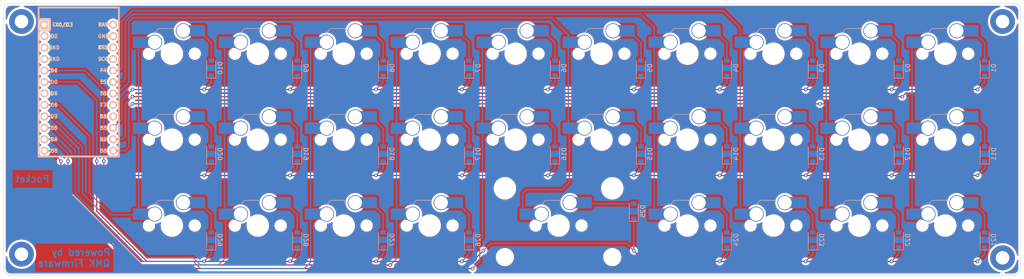
<source format=kicad_pcb>
(kicad_pcb (version 20211014) (generator pcbnew)
  (layers (0 "F.Cu" signal) (31 "B.Cu" signal) (34 "B.Paste" user) (35 "F.Paste" user) (36 "B.SilkS" user "B.Silkscreen") (37 "F.SilkS" user "F.Silkscreen") (38 "B.Mask" user) (39 "F.Mask" user) (44 "Edge.Cuts" user))
  (net 0 "")
  (net 11 "Net-(SW1-Pad2)")
  (net 12 "Net-(SW2-Pad2)")
  (net 13 "Net-(SW3-Pad2)")
  (net 14 "Net-(SW4-Pad2)")
  (net 15 "Net-(SW5-Pad2)")
  (net 16 "Net-(SW6-Pad2)")
  (net 17 "Net-(SW7-Pad2)")
  (net 18 "Net-(SW8-Pad2)")
  (net 19 "Net-(SW9-Pad2)")
  (net 20 "Net-(SW10-Pad2)")
  (net 21 "Net-(SW11-Pad2)")
  (net 22 "Net-(SW12-Pad2)")
  (net 23 "Net-(SW13-Pad2)")
  (net 24 "Net-(SW14-Pad2)")
  (net 25 "Net-(SW15-Pad2)")
  (net 26 "Net-(SW16-Pad2)")
  (net 27 "Net-(SW17-Pad2)")
  (net 28 "Net-(SW18-Pad2)")
  (net 29 "Net-(SW19-Pad2)")
  (net 30 "Net-(SW20-Pad2)")
  (net 31 "Net-(SW21-Pad2)")
  (net 32 "Net-(SW22-Pad2)")
  (net 33 "Net-(SW23-Pad2)")
  (net 34 "Net-(SW24-Pad2)")
  (net 35 "Net-(SW25-Pad2)")
  (net 36 "Net-(SW26-Pad2)")
  (net 37 "Net-(SW27-Pad2)")
  (net 38 "Net-(SW28-Pad2)")
  (net 39 "Net-(SW29-Pad2)")
  (net 41 "B5")
  (net 42 "B4")
  (net 43 "E6")
  (net 44 "D7")
  (net 45 "C6")
  (net 46 "D1")
  (net 47 "D0")
  (net 48 "B3")
  (net 49 "B2")
  (net 50 "B6")
  (net 51 "F4")
  (net 52 "F5")
  (net 53 "F6")
  (footprint "keebio:ArduinoProMicro" (layer "F.Cu") (at 72.23125 72.6305 -90)
    (fp_text reference "U1" hide)
    (fp_text value "ProMicro" hide)
  )
  (footprint "Diode_SMD:D_SOD-123" (layer "B.Cu") (at 254 87.3125 90)
    (fp_text reference "D12")
    (fp_text value "1N4148W")
  )
  (footprint "marbastlib_mx:SW_MX_HS_S_1u" (layer "B.Cu") (at 92.86875 65.0875 180)
    (fp_text reference "SW10" hide)
    (fp_text value "MX_SW_HS" hide)
  )
  (footprint "Diode_SMD:D_SOD-123" (layer "B.Cu") (at 196.85 87.3125 90)
    (fp_text reference "D15")
    (fp_text value "1N4148W")
  )
  (footprint "marbastlib_mx:SW_MX_HS_S_1u" (layer "B.Cu") (at 264.31875 84.1375 180)
    (fp_text reference "SW11" hide)
    (fp_text value "MX_SW_HS" hide)
  )
  (footprint "marbastlib_mx:SW_MX_HS_S_1u" (layer "B.Cu") (at 130.96875 103.1875 180)
    (fp_text reference "SW27" hide)
    (fp_text value "MX_SW_HS" hide)
  )
  (footprint "Diode_SMD:D_SOD-123" (layer "B.Cu") (at 195.2625 100.0125 90)
    (fp_text reference "D25")
    (fp_text value "1N4148W")
  )
  (footprint "marbastlib_mx:SW_MX_HS_S_1u" (layer "B.Cu") (at 92.86875 103.1875 180)
    (fp_text reference "SW29" hide)
    (fp_text value "MX_SW_HS" hide)
  )
  (footprint "marbastlib_mx:SW_MX_HS_S_1u" (layer "B.Cu") (at 111.91875 65.0875 180)
    (fp_text reference "SW9" hide)
    (fp_text value "MX_SW_HS" hide)
  )
  (footprint "marbastlib_mx:SW_MX_HS_S_1u" (layer "B.Cu") (at 150.01875 103.1875 180)
    (fp_text reference "SW26" hide)
    (fp_text value "MX_SW_HS" hide)
  )
  (footprint "Diode_SMD:D_SOD-123" (layer "B.Cu") (at 101.6 68.2625 90)
    (fp_text reference "D10")
    (fp_text value "1N4148W")
  )
  (footprint "marbastlib_mx:SW_MX_HS_S_1u" (layer "B.Cu") (at 169.06875 84.1375 180)
    (fp_text reference "SW16" hide)
    (fp_text value "MX_SW_HS" hide)
  )
  (footprint "Diode_SMD:D_SOD-123" (layer "B.Cu") (at 273.05 68.2625 90)
    (fp_text reference "D1")
    (fp_text value "1N4148W")
  )
  (footprint "marbastlib_mx:SW_MX_HS_S_1u" (layer "B.Cu") (at 130.96875 84.1375 180)
    (fp_text reference "SW18" hide)
    (fp_text value "MX_SW_HS" hide)
  )
  (footprint "marbastlib_mx:SW_MX_HS_S_1u" (layer "B.Cu") (at 245.26875 84.1375 180)
    (fp_text reference "SW12" hide)
    (fp_text value "MX_SW_HS" hide)
  )
  (footprint "marbastlib_mx:SW_MX_HS_S_1u" (layer "B.Cu") (at 111.91875 84.1375 180)
    (fp_text reference "SW19" hide)
    (fp_text value "MX_SW_HS" hide)
  )
  (footprint "marbastlib_mx:SW_MX_HS_S_1u" (layer "B.Cu") (at 264.31875 103.1875 180)
    (fp_text reference "SW21" hide)
    (fp_text value "MX_SW_HS" hide)
  )
  (footprint "Diode_SMD:D_SOD-123" (layer "B.Cu") (at 254 68.2625 90)
    (fp_text reference "D2")
    (fp_text value "1N4148W")
  )
  (footprint "marbastlib_mx:SW_MX_HS_S_1u" (layer "B.Cu") (at 207.16875 65.0875 180)
    (fp_text reference "SW4" hide)
    (fp_text value "MX_SW_HS" hide)
  )
  (footprint "Diode_SMD:D_SOD-123" (layer "B.Cu") (at 120.65 106.3625 90)
    (fp_text reference "D28")
    (fp_text value "1N4148W")
  )
  (footprint "Diode_SMD:D_SOD-123" (layer "B.Cu") (at 158.75 87.3125 90)
    (fp_text reference "D17")
    (fp_text value "1N4148W")
  )
  (footprint "marbastlib_mx:SW_MX_HS_S_1u" (layer "B.Cu") (at 245.26875 103.1875 180)
    (fp_text reference "SW22" hide)
    (fp_text value "MX_SW_HS" hide)
  )
  (footprint "Diode_SMD:D_SOD-123" (layer "B.Cu") (at 120.65 87.3125 90)
    (fp_text reference "D19")
    (fp_text value "1N4148W")
  )
  (footprint "Diode_SMD:D_SOD-123" (layer "B.Cu") (at 139.7 106.3625 90)
    (fp_text reference "D27")
    (fp_text value "1N4148W")
  )
  (footprint "marbastlib_mx:SW_MX_HS_S_1u" (layer "B.Cu") (at 150.01875 65.0875 180)
    (fp_text reference "SW7" hide)
    (fp_text value "MX_SW_HS" hide)
  )
  (footprint "marbastlib_mx:SW_MX_HS_S_1u" (layer "B.Cu") (at 188.11875 84.1375 180)
    (fp_text reference "SW15" hide)
    (fp_text value "MX_SW_HS" hide)
  )
  (footprint "marbastlib_mx:SW_MX_HS_S_1u" (layer "B.Cu") (at 169.06875 65.0875 180)
    (fp_text reference "SW6" hide)
    (fp_text value "MX_SW_HS" hide)
  )
  (footprint "Diode_SMD:D_SOD-123" (layer "B.Cu") (at 215.9 87.3125 90)
    (fp_text reference "D14")
    (fp_text value "1N4148W")
  )
  (footprint "Diode_SMD:D_SOD-123" (layer "B.Cu") (at 101.6 106.3625 90)
    (fp_text reference "D29")
    (fp_text value "1N4148W")
  )
  (footprint "Diode_SMD:D_SOD-123" (layer "B.Cu") (at 215.9 106.3625 90)
    (fp_text reference "D24")
    (fp_text value "1N4148W")
  )
  (footprint "marbastlib_mx:SW_MX_HS_S_1u" (layer "B.Cu") (at 226.21875 84.1375 180)
    (fp_text reference "SW13" hide)
    (fp_text value "MX_SW_HS" hide)
  )
  (footprint "Diode_SMD:D_SOD-123" (layer "B.Cu") (at 139.7 68.2625 90)
    (fp_text reference "D8")
    (fp_text value "1N4148W")
  )
  (footprint "marbastlib_mx:SW_MX_HS_S_1u" (layer "B.Cu") (at 264.31875 65.0875 180)
    (fp_text reference "SW1" hide)
    (fp_text value "MX_SW_HS" hide)
  )
  (footprint "Diode_SMD:D_SOD-123" (layer "B.Cu") (at 196.85 68.2625 90)
    (fp_text reference "D5")
    (fp_text value "1N4148W")
  )
  (footprint "marbastlib_mx:SW_MX_HS_S_1u" (layer "B.Cu") (at 130.96875 65.0875 180)
    (fp_text reference "SW8" hide)
    (fp_text value "MX_SW_HS" hide)
  )
  (footprint "marbastlib_mx:SW_MX_HS_S_1u" (layer "B.Cu") (at 150.01875 84.1375 180)
    (fp_text reference "SW17" hide)
    (fp_text value "MX_SW_HS" hide)
  )
  (footprint "marbastlib_mx:SW_MX_HS_S_1u" (layer "B.Cu") (at 226.21875 103.1875 180)
    (fp_text reference "SW23" hide)
    (fp_text value "MX_SW_HS" hide)
  )
  (footprint "Diode_SMD:D_SOD-123" (layer "B.Cu") (at 120.65 68.2625 90)
    (fp_text reference "D9")
    (fp_text value "1N4148W")
  )
  (footprint "Diode_SMD:D_SOD-123" (layer "B.Cu") (at 177.8 68.2625 90)
    (fp_text reference "D6")
    (fp_text value "1N4148W")
  )
  (footprint "Diode_SMD:D_SOD-123" (layer "B.Cu") (at 158.75 68.2625 90)
    (fp_text reference "D7")
    (fp_text value "1N4148W")
  )
  (footprint "Diode_SMD:D_SOD-123" (layer "B.Cu") (at 139.7 87.3125 90)
    (fp_text reference "D18")
    (fp_text value "1N4148W")
  )
  (footprint "Diode_SMD:D_SOD-123" (layer "B.Cu") (at 215.9 68.2625 90)
    (fp_text reference "D4")
    (fp_text value "1N4148W")
  )
  (footprint "Diode_SMD:D_SOD-123" (layer "B.Cu") (at 273.05 106.3625 90)
    (fp_text reference "D21")
    (fp_text value "1N4148W")
  )
  (footprint "Diode_SMD:D_SOD-123" (layer "B.Cu") (at 234.95 106.3625 90)
    (fp_text reference "D23")
    (fp_text value "1N4148W")
  )
  (footprint "marbastlib_mx:SW_MX_HS_S_1u" (layer "B.Cu") (at 111.91875 103.1875 180)
    (fp_text reference "SW28" hide)
    (fp_text value "MX_SW_HS" hide)
  )
  (footprint "Diode_SMD:D_SOD-123" (layer "B.Cu") (at 273.05 87.3125 90)
    (fp_text reference "D11")
    (fp_text value "1N4148W")
  )
  (footprint "marbastlib_mx:SW_MX_HS_S_1u" (layer "B.Cu") (at 92.86875 84.1375 180)
    (fp_text reference "SW20" hide)
    (fp_text value "MX_SW_HS" hide)
  )
  (footprint "Diode_SMD:D_SOD-123" (layer "B.Cu") (at 101.6 87.3125 90)
    (fp_text reference "D20")
    (fp_text value "1N4148W")
  )
  (footprint "Diode_SMD:D_SOD-123" (layer "B.Cu") (at 254 106.3625 90)
    (fp_text reference "D22")
    (fp_text value "1N4148W")
  )
  (footprint "marbastlib_mx:SW_MX_HS_S_1u" (layer "B.Cu") (at 178.59375 103.1875 180)
    (fp_text reference "SW25" hide)
    (fp_text value "MX_SW_HS" hide)
  )
  (footprint "Diode_SMD:D_SOD-123" (layer "B.Cu") (at 177.8 87.3125 90)
    (fp_text reference "D16")
    (fp_text value "1N4148W")
  )
  (footprint "marbastlib_mx:SW_MX_HS_S_1u" (layer "B.Cu") (at 226.21875 65.0875 180)
    (fp_text reference "SW3" hide)
    (fp_text value "MX_SW_HS" hide)
  )
  (footprint "marbastlib_mx:SW_MX_HS_S_1u" (layer "B.Cu") (at 188.11875 65.0875 180)
    (fp_text reference "SW5" hide)
    (fp_text value "MX_SW_HS" hide)
  )
  (footprint "Diode_SMD:D_SOD-123" (layer "B.Cu") (at 158.75 106.3625 90)
    (fp_text reference "D26")
    (fp_text value "1N4148W")
  )
  (footprint "marbastlib_mx:STAB_MX_2u" (layer "B.Cu") (at 178.59375 103.1875)
    (fp_text reference "S1" hide)
    (fp_text value "MX_stab")
  )
  (footprint "marbastlib_mx:SW_MX_HS_S_1u" (layer "B.Cu") (at 207.16875 103.1875 180)
    (fp_text reference "SW24" hide)
    (fp_text value "MX_SW_HS" hide)
  )
  (footprint "Diode_SMD:D_SOD-123" (layer "B.Cu") (at 234.95 87.3125 90)
    (fp_text reference "D13")
    (fp_text value "1N4148W")
  )
  (footprint "Diode_SMD:D_SOD-123" (layer "B.Cu") (at 234.95 68.2625 90)
    (fp_text reference "D3")
    (fp_text value "1N4148W")
  )
  (footprint "marbastlib_mx:SW_MX_HS_S_1u" (layer "B.Cu") (at 245.26875 65.0875 180)
    (fp_text reference "SW2" hide)
    (fp_text value "MX_SW_HS" hide)
  )
  (footprint "marbastlib_mx:SW_MX_HS_S_1u" (layer "B.Cu") (at 207.16875 84.1375 180)
    (fp_text reference "SW14" hide)
    (fp_text value "MX_SW_HS" hide)
  )
  (gr_line (start 55.5625 112.7125) (end 55.5625 55.5625) (layer "Edge.Cuts") (width 0.1))
  (gr_arc (start 280.9875 112.7125) (mid 280.522532 113.835032) (end 279.4 114.3) (layer "Edge.Cuts") (width 0.1))
  (gr_arc (start 279.4 53.975) (mid 280.522532 54.439968) (end 280.9875 55.5625) (layer "Edge.Cuts") (width 0.1))
  (gr_line (start 279.4 114.3) (end 57.15 114.3) (layer "Edge.Cuts") (width 0.1))
  (gr_arc (start 57.15 114.3) (mid 56.027468 113.835032) (end 55.5625 112.7125) (layer "Edge.Cuts") (width 0.1))
  (gr_arc (start 55.5625 55.5625) (mid 56.027468 54.439968) (end 57.15 53.975) (layer "Edge.Cuts") (width 0.1))
  (gr_line (start 57.15 53.975) (end 279.4 53.975) (layer "Edge.Cuts") (width 0.1))
  (gr_line (start 280.9875 55.5625) (end 280.9875 112.7125) (layer "Edge.Cuts") (width 0.1))
  (gr_text "Powered by\nQMK Firmware" (at 79.375 110.33125) (layer "B.Cu") (effects (font (size 1.5 1.5) (thickness 0.3)) (justify left mirror)))
  (gr_text "Pocket" (at 65.88125 92.86875) (layer "B.Cu") (effects (font (size 1.5 1.5) (thickness 0.3)) (justify left mirror)))
  (via (at 277.01875 57.94375) (size 5.5) (drill 3) (layers "F.Cu" "B.Cu") (net 0))
  (via (at 59.53125 109.5375) (size 5.5) (drill 3) (layers "F.Cu" "B.Cu") (net 0))
  (via (at 59.53125 57.94375) (size 5.5) (drill 3) (layers "F.Cu" "B.Cu") (net 0))
  (via (at 277.01875 110.33125) (size 5.5) (drill 3) (layers "F.Cu" "B.Cu") (net 0))
  (segment (start 270.40875 60.0075) (end 273.05 62.64875) (width 0.25) (layer "B.Cu") (net 11))
  (segment (start 273.05 62.64875) (end 273.05 66.6125) (width 0.25) (layer "B.Cu") (net 11))
  (segment (start 251.35875 60.0075) (end 254 62.64875) (width 0.25) (layer "B.Cu") (net 12))
  (segment (start 254 62.64875) (end 254 66.6125) (width 0.25) (layer "B.Cu") (net 12))
  (segment (start 232.30875 60.0075) (end 234.95 62.64875) (width 0.25) (layer "B.Cu") (net 13))
  (segment (start 234.95 62.64875) (end 234.95 66.6125) (width 0.25) (layer "B.Cu") (net 13))
  (segment (start 213.25875 60.0075) (end 215.9 62.64875) (width 0.25) (layer "B.Cu") (net 14))
  (segment (start 215.9 62.64875) (end 215.9 66.6125) (width 0.25) (layer "B.Cu") (net 14))
  (segment (start 196.85 62.64875) (end 196.85 66.6125) (width 0.25) (layer "B.Cu") (net 15))
  (segment (start 194.20875 60.0075) (end 196.85 62.64875) (width 0.25) (layer "B.Cu") (net 15))
  (segment (start 177.8 62.64875) (end 177.8 66.6125) (width 0.25) (layer "B.Cu") (net 16))
  (segment (start 175.15875 60.0075) (end 177.8 62.64875) (width 0.25) (layer "B.Cu") (net 16))
  (segment (start 158.75 62.64875) (end 158.75 66.6125) (width 0.25) (layer "B.Cu") (net 17))
  (segment (start 156.10875 60.0075) (end 158.75 62.64875) (width 0.25) (layer "B.Cu") (net 17))
  (segment (start 137.05875 60.0075) (end 139.7 62.64875) (width 0.25) (layer "B.Cu") (net 18))
  (segment (start 139.7 62.64875) (end 139.7 66.6125) (width 0.25) (layer "B.Cu") (net 18))
  (segment (start 118.00875 60.0075) (end 120.65 62.64875) (width 0.25) (layer "B.Cu") (net 19))
  (segment (start 120.65 62.64875) (end 120.65 66.6125) (width 0.25) (layer "B.Cu") (net 19))
  (segment (start 98.95875 60.0075) (end 101.6 62.64875) (width 0.25) (layer "B.Cu") (net 20))
  (segment (start 101.6 62.64875) (end 101.6 66.6125) (width 0.25) (layer "B.Cu") (net 20))
  (segment (start 270.40875 79.0575) (end 273.05 81.69875) (width 0.25) (layer "B.Cu") (net 21))
  (segment (start 273.05 81.69875) (end 273.05 85.6625) (width 0.25) (layer "B.Cu") (net 21))
  (segment (start 254 81.69875) (end 254 85.6625) (width 0.25) (layer "B.Cu") (net 22))
  (segment (start 251.35875 79.0575) (end 254 81.69875) (width 0.25) (layer "B.Cu") (net 22))
  (segment (start 232.30875 79.0575) (end 234.95 81.69875) (width 0.25) (layer "B.Cu") (net 23))
  (segment (start 234.95 81.69875) (end 234.95 85.6625) (width 0.25) (layer "B.Cu") (net 23))
  (segment (start 215.9 81.69875) (end 215.9 85.6625) (width 0.25) (layer "B.Cu") (net 24))
  (segment (start 213.25875 79.0575) (end 215.9 81.69875) (width 0.25) (layer "B.Cu") (net 24))
  (segment (start 194.20875 79.0575) (end 196.85 81.69875) (width 0.25) (layer "B.Cu") (net 25))
  (segment (start 196.85 81.69875) (end 196.85 85.6625) (width 0.25) (layer "B.Cu") (net 25))
  (segment (start 177.8 81.69875) (end 177.8 85.6625) (width 0.25) (layer "B.Cu") (net 26))
  (segment (start 175.15875 79.0575) (end 177.8 81.69875) (width 0.25) (layer "B.Cu") (net 26))
  (segment (start 156.10875 79.0575) (end 158.75 81.69875) (width 0.25) (layer "B.Cu") (net 27))
  (segment (start 158.75 81.69875) (end 158.75 85.6625) (width 0.25) (layer "B.Cu") (net 27))
  (segment (start 139.7 81.69875) (end 139.7 85.6625) (width 0.25) (layer "B.Cu") (net 28))
  (segment (start 137.05875 79.0575) (end 139.7 81.69875) (width 0.25) (layer "B.Cu") (net 28))
  (segment (start 118.00875 79.0575) (end 120.65 81.69875) (width 0.25) (layer "B.Cu") (net 29))
  (segment (start 120.65 81.69875) (end 120.65 85.6625) (width 0.25) (layer "B.Cu") (net 29))
  (segment (start 101.6 81.69875) (end 101.6 85.6625) (width 0.25) (layer "B.Cu") (net 30))
  (segment (start 98.95875 79.0575) (end 101.6 81.69875) (width 0.25) (layer "B.Cu") (net 30))
  (segment (start 273.05 100.74875) (end 273.05 104.7125) (width 0.25) (layer "B.Cu") (net 31))
  (segment (start 270.40875 98.1075) (end 273.05 100.74875) (width 0.25) (layer "B.Cu") (net 31))
  (segment (start 251.35875 98.1075) (end 254 100.74875) (width 0.25) (layer "B.Cu") (net 32))
  (segment (start 254 100.74875) (end 254 104.7125) (width 0.25) (layer "B.Cu") (net 32))
  (segment (start 232.30875 98.1075) (end 234.95 100.74875) (width 0.25) (layer "B.Cu") (net 33))
  (segment (start 234.95 100.74875) (end 234.95 104.7125) (width 0.25) (layer "B.Cu") (net 33))
  (segment (start 215.9 100.74875) (end 215.9 104.7125) (width 0.25) (layer "B.Cu") (net 34))
  (segment (start 213.25875 98.1075) (end 215.9 100.74875) (width 0.25) (layer "B.Cu") (net 34))
  (segment (start 184.93875 98.3625) (end 195.2625 98.3625) (width 0.25) (layer "B.Cu") (net 35))
  (segment (start 184.68375 98.1075) (end 184.93875 98.3625) (width 0.25) (layer "B.Cu") (net 35))
  (segment (start 158.75 100.74875) (end 158.75 104.7125) (width 0.25) (layer "B.Cu") (net 36))
  (segment (start 156.10875 98.1075) (end 158.75 100.74875) (width 0.25) (layer "B.Cu") (net 36))
  (segment (start 139.7 100.74875) (end 139.7 104.7125) (width 0.25) (layer "B.Cu") (net 37))
  (segment (start 137.05875 98.1075) (end 139.7 100.74875) (width 0.25) (layer "B.Cu") (net 37))
  (segment (start 118.00875 98.1075) (end 120.65 100.74875) (width 0.25) (layer "B.Cu") (net 38))
  (segment (start 120.65 100.74875) (end 120.65 104.7125) (width 0.25) (layer "B.Cu") (net 38))
  (segment (start 98.95875 98.1075) (end 101.6 100.74875) (width 0.25) (layer "B.Cu") (net 39))
  (segment (start 101.6 100.74875) (end 101.6 104.7125) (width 0.25) (layer "B.Cu") (net 39))
  (segment (start 85.725 112.7125) (end 84.93125 112.7125) (width 0.25) (layer "F.Cu") (net 41))
  (segment (start 68.2625 96.04375) (end 68.2625 88.9) (width 0.25) (layer "F.Cu") (net 41))
  (segment (start 159.54375 112.7125) (end 85.725 112.7125) (width 0.25) (layer "F.Cu") (net 41))
  (segment (start 84.93125 112.7125) (end 68.2625 96.04375) (width 0.25) (layer "F.Cu") (net 41))
  (via (at 68.2625 88.9) (size 0.8) (drill 0.4) (layers "F.Cu" "B.Cu") (net 41))
  (via (at 159.54375 112.7125) (size 0.8) (drill 0.4) (layers "F.Cu" "B.Cu") (net 41))
  (segment (start 161.70875 62.5475) (end 161.70875 81.5975) (width 0.25) (layer "B.Cu") (net 41))
  (segment (start 161.13125 111.125) (end 159.54375 112.7125) (width 0.25) (layer "B.Cu") (net 41))
  (segment (start 68.2625 88.9) (end 65.963 86.6005) (width 0.25) (layer "B.Cu") (net 41))
  (segment (start 161.13125 106.3625) (end 161.13125 111.125) (width 0.25) (layer "B.Cu") (net 41))
  (segment (start 65.963 86.6005) (end 64.61125 86.6005) (width 0.25) (layer "B.Cu") (net 41))
  (segment (start 161.70875 105.785) (end 161.13125 106.3625) (width 0.25) (layer "B.Cu") (net 41))
  (segment (start 161.70875 81.5975) (end 161.70875 105.785) (width 0.25) (layer "B.Cu") (net 41))
  (segment (start 85.725 111.91875) (end 69.85 96.04375) (width 0.25) (layer "F.Cu") (net 42))
  (segment (start 69.85 96.04375) (end 69.85 88.9) (width 0.25) (layer "F.Cu") (net 42))
  (segment (start 141.2875 111.91875) (end 85.725 111.91875) (width 0.25) (layer "F.Cu") (net 42))
  (via (at 69.85 88.9) (size 0.8) (drill 0.4) (layers "F.Cu" "B.Cu") (net 42))
  (via (at 141.2875 111.91875) (size 0.8) (drill 0.4) (layers "F.Cu" "B.Cu") (net 42))
  (segment (start 142.65875 62.5475) (end 142.65875 100.6475) (width 0.25) (layer "B.Cu") (net 42))
  (segment (start 69.85 88.9) (end 69.85 87.3125) (width 0.25) (layer "B.Cu") (net 42))
  (segment (start 66.598 84.0605) (end 64.61125 84.0605) (width 0.25) (layer "B.Cu") (net 42))
  (segment (start 142.65875 110.5475) (end 141.2875 111.91875) (width 0.25) (layer "B.Cu") (net 42))
  (segment (start 69.85 87.3125) (end 66.598 84.0605) (width 0.25) (layer "B.Cu") (net 42))
  (segment (start 142.65875 100.6475) (end 142.65875 110.5475) (width 0.25) (layer "B.Cu") (net 42))
  (segment (start 123.60875 100.6475) (end 123.60875 111.34125) (width 0.25) (layer "B.Cu") (net 43))
  (segment (start 99.21875 112.7125) (end 97.63125 111.125) (width 0.25) (layer "B.Cu") (net 43))
  (segment (start 71.4375 96.04375) (end 71.4375 86.51875) (width 0.25) (layer "B.Cu") (net 43))
  (segment (start 71.4375 86.51875) (end 66.43925 81.5205) (width 0.25) (layer "B.Cu") (net 43))
  (segment (start 86.51875 111.125) (end 71.4375 96.04375) (width 0.25) (layer "B.Cu") (net 43))
  (segment (start 123.60875 62.5475) (end 123.60875 100.6475) (width 0.25) (layer "B.Cu") (net 43))
  (segment (start 123.60875 111.34125) (end 122.2375 112.7125) (width 0.25) (layer "B.Cu") (net 43))
  (segment (start 66.43925 81.5205) (end 64.61125 81.5205) (width 0.25) (layer "B.Cu") (net 43))
  (segment (start 122.2375 112.7125) (end 99.21875 112.7125) (width 0.25) (layer "B.Cu") (net 43))
  (segment (start 97.63125 111.125) (end 86.51875 111.125) (width 0.25) (layer "B.Cu") (net 43))
  (segment (start 87.3125 110.33125) (end 73.025 96.04375) (width 0.25) (layer "B.Cu") (net 44))
  (segment (start 66.2805 78.9805) (end 64.61125 78.9805) (width 0.25) (layer "B.Cu") (net 44))
  (segment (start 73.025 85.725) (end 66.2805 78.9805) (width 0.25) (layer "B.Cu") (net 44))
  (segment (start 73.025 96.04375) (end 73.025 85.725) (width 0.25) (layer "B.Cu") (net 44))
  (segment (start 97.63125 110.33125) (end 87.3125 110.33125) (width 0.25) (layer "B.Cu") (net 44))
  (segment (start 104.775 100.86375) (end 104.775 110.33125) (width 0.25) (layer "B.Cu") (net 44))
  (segment (start 104.775 110.33125) (end 103.1875 111.91875) (width 0.25) (layer "B.Cu") (net 44))
  (segment (start 99.21875 111.91875) (end 97.63125 110.33125) (width 0.25) (layer "B.Cu") (net 44))
  (segment (start 104.55875 100.6475) (end 104.775 100.86375) (width 0.25) (layer "B.Cu") (net 44))
  (segment (start 104.55875 62.5475) (end 104.55875 100.6475) (width 0.25) (layer "B.Cu") (net 44))
  (segment (start 103.1875 111.91875) (end 99.21875 111.91875) (width 0.25) (layer "B.Cu") (net 44))
  (segment (start 85.50875 100.6475) (end 85.35 100.80625) (width 0.25) (layer "B.Cu") (net 45))
  (segment (start 74.6125 96.04375) (end 74.6125 83.34375) (width 0.25) (layer "B.Cu") (net 45))
  (segment (start 85.35 100.80625) (end 79.375 100.80625) (width 0.25) (layer "B.Cu") (net 45))
  (segment (start 85.50875 62.5475) (end 85.50875 100.6475) (width 0.25) (layer "B.Cu") (net 45))
  (segment (start 79.375 100.80625) (end 74.6125 96.04375) (width 0.25) (layer "B.Cu") (net 45))
  (segment (start 74.6125 83.34375) (end 67.70925 76.4405) (width 0.25) (layer "B.Cu") (net 45))
  (segment (start 67.70925 76.4405) (end 64.61125 76.4405) (width 0.25) (layer "B.Cu") (net 45))
  (segment (start 214.3125 92.075) (end 233.3625 92.075) (width 0.25) (layer "F.Cu") (net 46))
  (segment (start 176.2125 92.075) (end 195.2625 92.075) (width 0.25) (layer "F.Cu") (net 46))
  (segment (start 100.0125 92.075) (end 78.58125 92.075) (width 0.25) (layer "F.Cu") (net 46))
  (segment (start 195.2625 92.075) (end 214.3125 92.075) (width 0.25) (layer "F.Cu") (net 46))
  (segment (start 157.1625 92.075) (end 176.2125 92.075) (width 0.25) (layer "F.Cu") (net 46))
  (segment (start 138.1125 92.075) (end 157.1625 92.075) (width 0.25) (layer "F.Cu") (net 46))
  (segment (start 233.3625 92.075) (end 252.4125 92.075) (width 0.25) (layer "F.Cu") (net 46))
  (segment (start 252.4125 92.075) (end 271.4625 92.075) (width 0.25) (layer "F.Cu") (net 46))
  (segment (start 100.0125 92.075) (end 119.0625 92.075) (width 0.25) (layer "F.Cu") (net 46))
  (segment (start 77.7875 91.28125) (end 77.7875 88.9) (width 0.25) (layer "F.Cu") (net 46))
  (segment (start 119.0625 92.075) (end 138.1125 92.075) (width 0.25) (layer "F.Cu") (net 46))
  (segment (start 78.58125 92.075) (end 77.7875 91.28125) (width 0.25) (layer "F.Cu") (net 46))
  (via (at 176.2125 92.075) (size 0.8) (drill 0.4) (layers "F.Cu" "B.Cu") (net 46))
  (via (at 233.3625 92.075) (size 0.8) (drill 0.4) (layers "F.Cu" "B.Cu") (net 46))
  (via (at 77.7875 88.9) (size 0.8) (drill 0.4) (layers "F.Cu" "B.Cu") (net 46))
  (via (at 252.4125 92.075) (size 0.8) (drill 0.4) (layers "F.Cu" "B.Cu") (net 46))
  (via (at 214.3125 92.075) (size 0.8) (drill 0.4) (layers "F.Cu" "B.Cu") (net 46))
  (via (at 138.1125 92.075) (size 0.8) (drill 0.4) (layers "F.Cu" "B.Cu") (net 46))
  (via (at 100.0125 92.075) (size 0.8) (drill 0.4) (layers "F.Cu" "B.Cu") (net 46))
  (via (at 119.0625 92.075) (size 0.8) (drill 0.4) (layers "F.Cu" "B.Cu") (net 46))
  (via (at 271.4625 92.075) (size 0.8) (drill 0.4) (layers "F.Cu" "B.Cu") (net 46))
  (via (at 195.2625 92.075) (size 0.8) (drill 0.4) (layers "F.Cu" "B.Cu") (net 46))
  (via (at 157.1625 92.075) (size 0.8) (drill 0.4) (layers "F.Cu" "B.Cu") (net 46))
  (segment (start 120.65 90.4875) (end 120.65 88.9625) (width 0.25) (layer "B.Cu") (net 46))
  (segment (start 214.3125 92.075) (end 215.9 90.4875) (width 0.25) (layer "B.Cu") (net 46))
  (segment (start 234.95 90.4875) (end 234.95 88.9625) (width 0.25) (layer "B.Cu") (net 46))
  (segment (start 195.2625 92.075) (end 196.85 90.4875) (width 0.25) (layer "B.Cu") (net 46))
  (segment (start 73.583 68.8205) (end 64.61125 68.8205) (width 0.25) (layer "B.Cu") (net 46))
  (segment (start 254 90.4875) (end 254 88.9625) (width 0.25) (layer "B.Cu") (net 46))
  (segment (start 271.4625 92.075) (end 273.05 90.4875) (width 0.25) (layer "B.Cu") (net 46))
  (segment (start 101.6 90.4875) (end 100.0125 92.075) (width 0.25) (layer "B.Cu") (net 46))
  (segment (start 252.4125 92.075) (end 254 90.4875) (width 0.25) (layer "B.Cu") (net 46))
  (segment (start 101.6 88.9625) (end 101.6 90.4875) (width 0.25) (layer "B.Cu") (net 46))
  (segment (start 176.2125 92.075) (end 177.8 90.4875) (width 0.25) (layer "B.Cu") (net 46))
  (segment (start 233.3625 92.075) (end 234.95 90.4875) (width 0.25) (layer "B.Cu") (net 46))
  (segment (start 177.8 90.4875) (end 177.8 88.9625) (width 0.25) (layer "B.Cu") (net 46))
  (segment (start 138.1125 92.075) (end 139.7 90.4875) (width 0.25) (layer "B.Cu") (net 46))
  (segment (start 273.05 90.4875) (end 273.05 88.9625) (width 0.25) (layer "B.Cu") (net 46))
  (segment (start 119.0625 92.075) (end 120.65 90.4875) (width 0.25) (layer "B.Cu") (net 46))
  (segment (start 77.7875 73.025) (end 73.583 68.8205) (width 0.25) (layer "B.Cu") (net 46))
  (segment (start 215.9 90.4875) (end 215.9 88.9625) (width 0.25) (layer "B.Cu") (net 46))
  (segment (start 157.1625 92.075) (end 158.75 90.4875) (width 0.25) (layer "B.Cu") (net 46))
  (segment (start 139.7 90.4875) (end 139.7 88.9625) (width 0.25) (layer "B.Cu") (net 46))
  (segment (start 196.85 90.4875) (end 196.85 88.9625) (width 0.25) (layer "B.Cu") (net 46))
  (segment (start 158.75 90.4875) (end 158.75 88.9625) (width 0.25) (layer "B.Cu") (net 46))
  (segment (start 77.7875 88.9) (end 77.7875 73.025) (width 0.25) (layer "B.Cu") (net 46))
  (segment (start 138.1125 111.125) (end 157.1625 111.125) (width 0.25) (layer "F.Cu") (net 47))
  (segment (start 119.0625 111.125) (end 138.1125 111.125) (width 0.25) (layer "F.Cu") (net 47))
  (segment (start 87.3125 111.125) (end 76.2 100.0125) (width 0.25) (layer "F.Cu") (net 47))
  (segment (start 233.3625 111.125) (end 252.4125 111.125) (width 0.25) (layer "F.Cu") (net 47))
  (segment (start 197.64375 111.125) (end 195.2625 108.74375) (width 0.25) (layer "F.Cu") (net 47))
  (segment (start 76.2 100.0125) (end 76.2 88.9) (width 0.25) (layer "F.Cu") (net 47))
  (segment (start 214.3125 111.125) (end 233.3625 111.125) (width 0.25) (layer "F.Cu") (net 47))
  (segment (start 159.54375 111.125) (end 161.925 108.74375) (width 0.25) (layer "F.Cu") (net 47))
  (segment (start 252.4125 111.125) (end 271.4625 111.125) (width 0.25) (layer "F.Cu") (net 47))
  (segment (start 100.0125 111.125) (end 119.0625 111.125) (width 0.25) (layer "F.Cu") (net 47))
  (segment (start 100.0125 111.125) (end 87.3125 111.125) (width 0.25) (layer "F.Cu") (net 47))
  (segment (start 214.3125 111.125) (end 197.64375 111.125) (width 0.25) (layer "F.Cu") (net 47))
  (segment (start 157.1625 111.125) (end 159.54375 111.125) (width 0.25) (layer "F.Cu") (net 47))
  (via (at 195.2625 108.74375) (size 0.8) (drill 0.4) (layers "F.Cu" "B.Cu") (net 47))
  (via (at 119.0625 111.125) (size 0.8) (drill 0.4) (layers "F.Cu" "B.Cu") (net 47))
  (via (at 252.4125 111.125) (size 0.8) (drill 0.4) (layers "F.Cu" "B.Cu") (net 47))
  (via (at 138.1125 111.125) (size 0.8) (drill 0.4) (layers "F.Cu" "B.Cu") (net 47))
  (via (at 214.3125 111.125) (size 0.8) (drill 0.4) (layers "F.Cu" "B.Cu") (net 47))
  (via (at 76.2 88.9) (size 0.8) (drill 0.4) (layers "F.Cu" "B.Cu") (net 47))
  (via (at 161.925 108.74375) (size 0.8) (drill 0.4) (layers "F.Cu" "B.Cu") (net 47))
  (via (at 271.4625 111.125) (size 0.8) (drill 0.4) (layers "F.Cu" "B.Cu") (net 47))
  (via (at 233.3625 111.125) (size 0.8) (drill 0.4) (layers "F.Cu" "B.Cu") (net 47))
  (via (at 157.1625 111.125) (size 0.8) (drill 0.4) (layers "F.Cu" "B.Cu") (net 47))
  (via (at 100.0125 111.125) (size 0.8) (drill 0.4) (layers "F.Cu" "B.Cu") (net 47))
  (segment (start 72.15425 71.3605) (end 64.61125 71.3605) (width 0.25) (layer "B.Cu") (net 47))
  (segment (start 158.75 109.5375) (end 158.75 108.0125) (width 0.25) (layer "B.Cu") (net 47))
  (segment (start 273.05 108.0125) (end 273.05 109.5375) (width 0.25) (layer "B.Cu") (net 47))
  (segment (start 273.05 109.5375) (end 271.4625 111.125) (width 0.25) (layer "B.Cu") (net 47))
  (segment (start 234.95 108.0125) (end 234.95 109.5375) (width 0.25) (layer "B.Cu") (net 47))
  (segment (start 101.6 108.0125) (end 101.6 109.5375) (width 0.25) (layer "B.Cu") (net 47))
  (segment (start 234.95 109.5375) (end 233.3625 111.125) (width 0.25) (layer "B.Cu") (net 47))
  (segment (start 161.925 108.74375) (end 163.5125 107.15625) (width 0.25) (layer "B.Cu") (net 47))
  (segment (start 193.675 107.15625) (end 195.2625 108.74375) (width 0.25) (layer "B.Cu") (net 47))
  (segment (start 76.2 88.9) (end 76.2 75.40625) (width 0.25) (layer "B.Cu") (net 47))
  (segment (start 195.2625 108.74375) (end 195.2625 101.6625) (width 0.25) (layer "B.Cu") (net 47))
  (segment (start 139.7 109.5375) (end 139.7 108.0125) (width 0.25) (layer "B.Cu") (net 47))
  (segment (start 215.9 108.0125) (end 215.9 109.5375) (width 0.25) (layer "B.Cu") (net 47))
  (segment (start 138.1125 111.125) (end 139.7 109.5375) (width 0.25) (layer "B.Cu") (net 47))
  (segment (start 120.65 109.5375) (end 120.65 108.0125) (width 0.25) (layer "B.Cu") (net 47))
  (segment (start 119.0625 111.125) (end 120.65 109.5375) (width 0.25) (layer "B.Cu") (net 47))
  (segment (start 254 108.0125) (end 254 109.5375) (width 0.25) (layer "B.Cu") (net 47))
  (segment (start 163.5125 107.15625) (end 193.675 107.15625) (width 0.25) (layer "B.Cu") (net 47))
  (segment (start 101.6 109.5375) (end 100.0125 111.125) (width 0.25) (layer "B.Cu") (net 47))
  (segment (start 254 109.5375) (end 252.4125 111.125) (width 0.25) (layer "B.Cu") (net 47))
  (segment (start 157.1625 111.125) (end 158.75 109.5375) (width 0.25) (layer "B.Cu") (net 47))
  (segment (start 215.9 109.5375) (end 214.3125 111.125) (width 0.25) (layer "B.Cu") (net 47))
  (segment (start 76.2 75.40625) (end 72.15425 71.3605) (width 0.25) (layer "B.Cu") (net 47))
  (segment (start 100.0125 73.025) (end 84.1375 73.025) (width 0.25) (layer "F.Cu") (net 48))
  (segment (start 119.0625 73.025) (end 138.1125 73.025) (width 0.25) (layer "F.Cu") (net 48))
  (segment (start 214.3125 73.025) (end 233.3625 73.025) (width 0.25) (layer "F.Cu") (net 48))
  (segment (start 233.3625 73.025) (end 252.4125 73.025) (width 0.25) (layer "F.Cu") (net 48))
  (segment (start 195.2625 73.025) (end 214.3125 73.025) (width 0.25) (layer "F.Cu") (net 48))
  (segment (start 100.0125 73.025) (end 119.0625 73.025) (width 0.25) (layer "F.Cu") (net 48))
  (segment (start 176.2125 73.025) (end 195.2625 73.025) (width 0.25) (layer "F.Cu") (net 48))
  (segment (start 252.4125 73.025) (end 271.4625 73.025) (width 0.25) (layer "F.Cu") (net 48))
  (segment (start 157.1625 73.025) (end 176.2125 73.025) (width 0.25) (layer "F.Cu") (net 48))
  (segment (start 138.1125 73.025) (end 157.1625 73.025) (width 0.25) (layer "F.Cu") (net 48))
  (via (at 176.2125 73.025) (size 0.8) (drill 0.4) (layers "F.Cu" "B.Cu") (net 48))
  (via (at 252.4125 73.025) (size 0.8) (drill 0.4) (layers "F.Cu" "B.Cu") (net 48))
  (via (at 100.0125 73.025) (size 0.8) (drill 0.4) (layers "F.Cu" "B.Cu") (net 48))
  (via (at 157.1625 73.025) (size 0.8) (drill 0.4) (layers "F.Cu" "B.Cu") (net 48))
  (via (at 138.1125 73.025) (size 0.8) (drill 0.4) (layers "F.Cu" "B.Cu") (net 48))
  (via (at 233.3625 73.025) (size 0.8) (drill 0.4) (layers "F.Cu" "B.Cu") (net 48))
  (via (at 271.4625 73.025) (size 0.8) (drill 0.4) (layers "F.Cu" "B.Cu") (net 48))
  (via (at 195.2625 73.025) (size 0.8) (drill 0.4) (layers "F.Cu" "B.Cu") (net 48))
  (via (at 214.3125 73.025) (size 0.8) (drill 0.4) (layers "F.Cu" "B.Cu") (net 48))
  (via (at 119.0625 73.025) (size 0.8) (drill 0.4) (layers "F.Cu" "B.Cu") (net 48))
  (via (at 84.1375 73.025) (size 0.8) (drill 0.4) (layers "F.Cu" "B.Cu") (net 48))
  (segment (start 120.65 71.4375) (end 120.65 69.9125) (width 0.25) (layer "B.Cu") (net 48))
  (segment (start 233.3625 73.025) (end 234.95 71.4375) (width 0.25) (layer "B.Cu") (net 48))
  (segment (start 84.1375 73.025) (end 81.75625 75.40625) (width 0.25) (layer "B.Cu") (net 48))
  (segment (start 177.8 71.4375) (end 177.8 69.9125) (width 0.25) (layer "B.Cu") (net 48))
  (segment (start 176.2125 73.025) (end 177.8 71.4375) (width 0.25) (layer "B.Cu") (net 48))
  (segment (start 215.9 71.4375) (end 215.9 69.9125) (width 0.25) (layer "B.Cu") (net 48))
  (segment (start 101.6 69.9125) (end 101.6 71.4375) (width 0.25) (layer "B.Cu") (net 48))
  (segment (start 119.0625 73.025) (end 120.65 71.4375) (width 0.25) (layer "B.Cu") (net 48))
  (segment (start 214.3125 73.025) (end 215.9 71.4375) (width 0.25) (layer "B.Cu") (net 48))
  (segment (start 254 71.4375) (end 254 69.9125) (width 0.25) (layer "B.Cu") (net 48))
  (segment (start 101.6 71.4375) (end 100.0125 73.025) (width 0.25) (layer "B.Cu") (net 48))
  (segment (start 81.75625 79.6155) (end 79.85125 81.5205) (width 0.25) (layer "B.Cu") (net 48))
  (segment (start 252.4125 73.025) (end 254 71.4375) (width 0.25) (layer "B.Cu") (net 48))
  (segment (start 195.2625 73.025) (end 196.85 71.4375) (width 0.25) (layer "B.Cu") (net 48))
  (segment (start 273.05 71.4375) (end 273.05 69.9125) (width 0.25) (layer "B.Cu") (net 48))
  (segment (start 196.85 71.4375) (end 196.85 69.9125) (width 0.25) (layer "B.Cu") (net 48))
  (segment (start 81.75625 75.40625) (end 81.75625 79.6155) (width 0.25) (layer "B.Cu") (net 48))
  (segment (start 234.95 71.4375) (end 234.95 69.9125) (width 0.25) (layer "B.Cu") (net 48))
  (segment (start 271.4625 73.025) (end 273.05 71.4375) (width 0.25) (layer "B.Cu") (net 48))
  (segment (start 157.1625 73.025) (end 158.75 71.4375) (width 0.25) (layer "B.Cu") (net 48))
  (segment (start 158.75 71.4375) (end 158.75 69.9125) (width 0.25) (layer "B.Cu") (net 48))
  (segment (start 139.7 71.4375) (end 139.7 69.9125) (width 0.25) (layer "B.Cu") (net 48))
  (segment (start 138.1125 73.025) (end 139.7 71.4375) (width 0.25) (layer "B.Cu") (net 48))
  (segment (start 254.79375 74.6125) (end 84.1375 74.6125) (width 0.25) (layer "F.Cu") (net 49))
  (via (at 84.1375 74.6125) (size 0.8) (drill 0.4) (layers "F.Cu" "B.Cu") (net 49))
  (via (at 254.79375 74.6125) (size 0.8) (drill 0.4) (layers "F.Cu" "B.Cu") (net 49))
  (segment (start 82.55 76.2) (end 82.55 83.34375) (width 0.25) (layer "B.Cu") (net 49))
  (segment (start 84.1375 74.6125) (end 82.55 76.2) (width 0.25) (layer "B.Cu") (net 49))
  (segment (start 81.83325 84.0605) (end 79.85125 84.0605) (width 0.25) (layer "B.Cu") (net 49))
  (segment (start 82.55 83.34375) (end 81.83325 84.0605) (width 0.25) (layer "B.Cu") (net 49))
  (segment (start 256.95875 62.5475) (end 256.95875 74.035) (width 0.25) (layer "B.Cu") (net 49))
  (segment (start 256.95875 74.035) (end 256.95875 100.6475) (width 0.25) (layer "B.Cu") (net 49))
  (segment (start 256.95875 74.035) (end 255.37125 74.035) (width 0.25) (layer "B.Cu") (net 49))
  (segment (start 255.37125 74.035) (end 254.79375 74.6125) (width 0.25) (layer "B.Cu") (net 49))
  (segment (start 236.5375 76.2) (end 84.1375 76.2) (width 0.25) (layer "F.Cu") (net 50))
  (via (at 84.1375 76.2) (size 0.8) (drill 0.4) (layers "F.Cu" "B.Cu") (net 50))
  (via (at 236.5375 76.2) (size 0.8) (drill 0.4) (layers "F.Cu" "B.Cu") (net 50))
  (segment (start 82.46825 86.6005) (end 79.85125 86.6005) (width 0.25) (layer "B.Cu") (net 50))
  (segment (start 83.34375 85.725) (end 82.46825 86.6005) (width 0.25) (layer "B.Cu") (net 50))
  (segment (start 237.90875 76.7775) (end 237.90875 100.6475) (width 0.25) (layer "B.Cu") (net 50))
  (segment (start 237.90875 62.5475) (end 237.90875 76.7775) (width 0.25) (layer "B.Cu") (net 50))
  (segment (start 237.33125 76.2) (end 236.5375 76.2) (width 0.25) (layer "B.Cu") (net 50))
  (segment (start 237.90875 76.7775) (end 237.33125 76.2) (width 0.25) (layer "B.Cu") (net 50))
  (segment (start 83.34375 76.99375) (end 83.34375 85.725) (width 0.25) (layer "B.Cu") (net 50))
  (segment (start 84.1375 76.2) (end 83.34375 76.99375) (width 0.25) (layer "B.Cu") (net 50))
  (segment (start 84.1375 55.5625) (end 81.75625 57.94375) (width 0.25) (layer "B.Cu") (net 51))
  (segment (start 215.10625 55.5625) (end 84.1375 55.5625) (width 0.25) (layer "B.Cu") (net 51))
  (segment (start 81.75625 57.94375) (end 81.75625 68.2625) (width 0.25) (layer "B.Cu") (net 51))
  (segment (start 81.75625 68.2625) (end 81.19825 68.8205) (width 0.25) (layer "B.Cu") (net 51))
  (segment (start 218.85875 59.315) (end 215.10625 55.5625) (width 0.25) (layer "B.Cu") (net 51))
  (segment (start 218.85875 62.5475) (end 218.85875 59.315) (width 0.25) (layer "B.Cu") (net 51))
  (segment (start 81.19825 68.8205) (end 79.85125 68.8205) (width 0.25) (layer "B.Cu") (net 51))
  (segment (start 218.85875 62.5475) (end 218.85875 100.6475) (width 0.25) (layer "B.Cu") (net 51))
  (segment (start 199.80875 62.5475) (end 199.80875 59.315) (width 0.25) (layer "B.Cu") (net 52))
  (segment (start 82.55 57.94375) (end 82.55 70.64375) (width 0.25) (layer "B.Cu") (net 52))
  (segment (start 84.1375 56.35625) (end 82.55 57.94375) (width 0.25) (layer "B.Cu") (net 52))
  (segment (start 199.80875 62.5475) (end 199.80875 100.6475) (width 0.25) (layer "B.Cu") (net 52))
  (segment (start 196.85 56.35625) (end 84.1375 56.35625) (width 0.25) (layer "B.Cu") (net 52))
  (segment (start 81.83325 71.3605) (end 79.85125 71.3605) (width 0.25) (layer "B.Cu") (net 52))
  (segment (start 199.80875 59.315) (end 196.85 56.35625) (width 0.25) (layer "B.Cu") (net 52))
  (segment (start 82.55 70.64375) (end 81.83325 71.3605) (width 0.25) (layer "B.Cu") (net 52))
  (segment (start 180.75875 62.5475) (end 180.75875 81.5975) (width 0.25) (layer "B.Cu") (net 53))
  (segment (start 84.1375 57.15) (end 83.34375 57.94375) (width 0.25) (layer "B.Cu") (net 53))
  (segment (start 180.975 93.6625) (end 179.3875 95.25) (width 0.25) (layer "B.Cu") (net 53))
  (segment (start 180.75875 62.5475) (end 180.75875 60.9025) (width 0.25) (layer "B.Cu") (net 53))
  (segment (start 180.975 81.81375) (end 180.975 93.6625) (width 0.25) (layer "B.Cu") (net 53))
  (segment (start 83.34375 71.4375) (end 80.88075 73.9005) (width 0.25) (layer "B.Cu") (net 53))
  (segment (start 179.3875 95.25) (end 171.45 95.25) (width 0.25) (layer "B.Cu") (net 53))
  (segment (start 180.75875 60.9025) (end 177.00625 57.15) (width 0.25) (layer "B.Cu") (net 53))
  (segment (start 83.34375 57.94375) (end 83.34375 71.4375) (width 0.25) (layer "B.Cu") (net 53))
  (segment (start 171.45 95.25) (end 170.65625 96.04375) (width 0.25) (layer "B.Cu") (net 53))
  (segment (start 170.65625 96.04375) (end 170.65625 100.07) (width 0.25) (layer "B.Cu") (net 53))
  (segment (start 80.88075 73.9005) (end 79.85125 73.9005) (width 0.25) (layer "B.Cu") (net 53))
  (segment (start 177.00625 57.15) (end 84.1375 57.15) (width 0.25) (layer "B.Cu") (net 53))
  (segment (start 170.65625 100.07) (end 171.23375 100.6475) (width 0.25) (layer "B.Cu") (net 53))
  (segment (start 180.75875 81.5975) (end 180.975 81.81375) (width 0.25) (layer "B.Cu") (net 53))
  (zone (net 0) (net_name "") (layers F&B.Cu) (connect_pads (clearance 0.508)) (min_thickness 0.254) (fill yes (thermal_gap 0.508) (thermal_bridge_width 0.508))
    (polygon (pts (xy 281.78125 115.09375) (xy 54.76875 115.09375) (xy 54.76875 53.18125) (xy 281.78125 53.18125)))
  )
)
</source>
